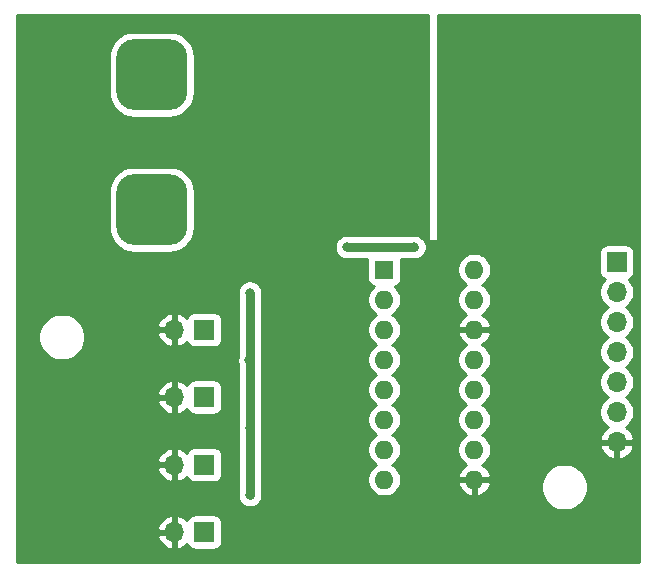
<source format=gbr>
%TF.GenerationSoftware,KiCad,Pcbnew,(5.1.10)-1*%
%TF.CreationDate,2021-11-15T08:23:04-05:00*%
%TF.ProjectId,Telem Board,54656c65-6d20-4426-9f61-72642e6b6963,rev?*%
%TF.SameCoordinates,Original*%
%TF.FileFunction,Copper,L2,Bot*%
%TF.FilePolarity,Positive*%
%FSLAX46Y46*%
G04 Gerber Fmt 4.6, Leading zero omitted, Abs format (unit mm)*
G04 Created by KiCad (PCBNEW (5.1.10)-1) date 2021-11-15 08:23:04*
%MOMM*%
%LPD*%
G01*
G04 APERTURE LIST*
%TA.AperFunction,ComponentPad*%
%ADD10C,6.000000*%
%TD*%
%TA.AperFunction,ComponentPad*%
%ADD11O,1.600000X1.600000*%
%TD*%
%TA.AperFunction,ComponentPad*%
%ADD12R,1.600000X1.600000*%
%TD*%
%TA.AperFunction,ComponentPad*%
%ADD13O,1.700000X1.700000*%
%TD*%
%TA.AperFunction,ComponentPad*%
%ADD14R,1.700000X1.700000*%
%TD*%
%TA.AperFunction,ViaPad*%
%ADD15C,0.800000*%
%TD*%
%TA.AperFunction,Conductor*%
%ADD16C,0.762000*%
%TD*%
%TA.AperFunction,Conductor*%
%ADD17C,0.254000*%
%TD*%
%TA.AperFunction,Conductor*%
%ADD18C,0.100000*%
%TD*%
G04 APERTURE END LIST*
%TO.P,J7,1*%
%TO.N,Net-(F2-Pad2)*%
%TA.AperFunction,ComponentPad*%
G36*
G01*
X142700000Y-79780000D02*
X142700000Y-82780000D01*
G75*
G02*
X141200000Y-84280000I-1500000J0D01*
G01*
X138200000Y-84280000D01*
G75*
G02*
X136700000Y-82780000I0J1500000D01*
G01*
X136700000Y-79780000D01*
G75*
G02*
X138200000Y-78280000I1500000J0D01*
G01*
X141200000Y-78280000D01*
G75*
G02*
X142700000Y-79780000I0J-1500000D01*
G01*
G37*
%TD.AperFunction*%
D10*
%TO.P,J7,2*%
%TO.N,GNDA*%
X132500000Y-81280000D03*
%TD*%
D11*
%TO.P,U2,16*%
%TO.N,+3V3*%
X167005000Y-86360000D03*
%TO.P,U2,8*%
%TO.N,N/C*%
X159385000Y-104140000D03*
%TO.P,U2,15*%
%TO.N,+3V3*%
X167005000Y-88900000D03*
%TO.P,U2,7*%
%TO.N,N/C*%
X159385000Y-101600000D03*
%TO.P,U2,14*%
%TO.N,GNDA*%
X167005000Y-91440000D03*
%TO.P,U2,6*%
%TO.N,/CH5*%
X159385000Y-99060000D03*
%TO.P,U2,13*%
%TO.N,/SPI_SCK*%
X167005000Y-93980000D03*
%TO.P,U2,5*%
%TO.N,/CH4*%
X159385000Y-96520000D03*
%TO.P,U2,12*%
%TO.N,/SPI_MISO*%
X167005000Y-96520000D03*
%TO.P,U2,4*%
%TO.N,/CH3*%
X159385000Y-93980000D03*
%TO.P,U2,11*%
%TO.N,/SPI_MOSI*%
X167005000Y-99060000D03*
%TO.P,U2,3*%
%TO.N,/CH2*%
X159385000Y-91440000D03*
%TO.P,U2,10*%
%TO.N,/ADC_CS*%
X167005000Y-101600000D03*
%TO.P,U2,2*%
%TO.N,/CH1*%
X159385000Y-88900000D03*
%TO.P,U2,9*%
%TO.N,GNDA*%
X167005000Y-104140000D03*
D12*
%TO.P,U2,1*%
%TO.N,/CH0*%
X159385000Y-86360000D03*
%TD*%
%TO.P,J6,1*%
%TO.N,Net-(F1-Pad2)*%
%TA.AperFunction,ComponentPad*%
G36*
G01*
X142700000Y-68350000D02*
X142700000Y-71350000D01*
G75*
G02*
X141200000Y-72850000I-1500000J0D01*
G01*
X138200000Y-72850000D01*
G75*
G02*
X136700000Y-71350000I0J1500000D01*
G01*
X136700000Y-68350000D01*
G75*
G02*
X138200000Y-66850000I1500000J0D01*
G01*
X141200000Y-66850000D01*
G75*
G02*
X142700000Y-68350000I0J-1500000D01*
G01*
G37*
%TD.AperFunction*%
D10*
%TO.P,J6,2*%
%TO.N,GNDA*%
X132500000Y-69850000D03*
%TD*%
D13*
%TO.P,J5,2*%
%TO.N,GNDA*%
X141605000Y-108585000D03*
D14*
%TO.P,J5,1*%
%TO.N,/CH5*%
X144145000Y-108585000D03*
%TD*%
D13*
%TO.P,J4,2*%
%TO.N,GNDA*%
X141605000Y-102870000D03*
D14*
%TO.P,J4,1*%
%TO.N,/CH4*%
X144145000Y-102870000D03*
%TD*%
D13*
%TO.P,J3,2*%
%TO.N,GNDA*%
X141605000Y-97155000D03*
D14*
%TO.P,J3,1*%
%TO.N,/CH3*%
X144145000Y-97155000D03*
%TD*%
D13*
%TO.P,J2,2*%
%TO.N,GNDA*%
X141605000Y-91440000D03*
D14*
%TO.P,J2,1*%
%TO.N,/CH2*%
X144145000Y-91440000D03*
%TD*%
D13*
%TO.P,J1,7*%
%TO.N,GNDA*%
X179070000Y-100965000D03*
%TO.P,J1,6*%
%TO.N,N/C*%
X179070000Y-98425000D03*
%TO.P,J1,5*%
%TO.N,/ADC_CS*%
X179070000Y-95885000D03*
%TO.P,J1,4*%
%TO.N,/SPI_MOSI*%
X179070000Y-93345000D03*
%TO.P,J1,3*%
%TO.N,/SPI_MISO*%
X179070000Y-90805000D03*
%TO.P,J1,2*%
%TO.N,/SPI_SCK*%
X179070000Y-88265000D03*
D14*
%TO.P,J1,1*%
%TO.N,+5V*%
X179070000Y-85725000D03*
%TD*%
D15*
%TO.N,GNDA*%
X151765000Y-89535000D03*
X151765000Y-95250000D03*
X151765000Y-100965000D03*
X151765000Y-106680000D03*
%TO.N,+3V3*%
X148005000Y-88315000D03*
X147955000Y-94030000D03*
X148005000Y-99745000D03*
X148005000Y-105460000D03*
X156210000Y-84455000D03*
X161925000Y-84455000D03*
%TD*%
D16*
%TO.N,+3V3*%
X148005000Y-105460000D02*
X148005000Y-88315000D01*
X156210000Y-84455000D02*
X161925000Y-84455000D01*
%TD*%
D17*
%TO.N,GNDA*%
X180950001Y-104742572D02*
X180950000Y-104742582D01*
X180950001Y-111100000D01*
X162687000Y-111100000D01*
X162687000Y-104489039D01*
X165613096Y-104489039D01*
X165653754Y-104623087D01*
X165773963Y-104877420D01*
X165941481Y-105103414D01*
X166149869Y-105292385D01*
X166391119Y-105437070D01*
X166655960Y-105531909D01*
X166878000Y-105410624D01*
X166878000Y-104267000D01*
X167132000Y-104267000D01*
X167132000Y-105410624D01*
X167354040Y-105531909D01*
X167618881Y-105437070D01*
X167860131Y-105292385D01*
X168068519Y-105103414D01*
X168236037Y-104877420D01*
X168356246Y-104623087D01*
X168369467Y-104579495D01*
X172640000Y-104579495D01*
X172640000Y-104970505D01*
X172716282Y-105354003D01*
X172865915Y-105715250D01*
X173083149Y-106040364D01*
X173359636Y-106316851D01*
X173684750Y-106534085D01*
X174045997Y-106683718D01*
X174429495Y-106760000D01*
X174820505Y-106760000D01*
X175204003Y-106683718D01*
X175565250Y-106534085D01*
X175890364Y-106316851D01*
X176166851Y-106040364D01*
X176384085Y-105715250D01*
X176533718Y-105354003D01*
X176610000Y-104970505D01*
X176610000Y-104579495D01*
X176533718Y-104195997D01*
X176384085Y-103834750D01*
X176166851Y-103509636D01*
X175890364Y-103233149D01*
X175565250Y-103015915D01*
X175204003Y-102866282D01*
X174820505Y-102790000D01*
X174429495Y-102790000D01*
X174045997Y-102866282D01*
X173684750Y-103015915D01*
X173359636Y-103233149D01*
X173083149Y-103509636D01*
X172865915Y-103834750D01*
X172716282Y-104195997D01*
X172640000Y-104579495D01*
X168369467Y-104579495D01*
X168396904Y-104489039D01*
X168274915Y-104267000D01*
X167132000Y-104267000D01*
X166878000Y-104267000D01*
X165735085Y-104267000D01*
X165613096Y-104489039D01*
X162687000Y-104489039D01*
X162687000Y-93838665D01*
X165570000Y-93838665D01*
X165570000Y-94121335D01*
X165625147Y-94398574D01*
X165733320Y-94659727D01*
X165890363Y-94894759D01*
X166090241Y-95094637D01*
X166322759Y-95250000D01*
X166090241Y-95405363D01*
X165890363Y-95605241D01*
X165733320Y-95840273D01*
X165625147Y-96101426D01*
X165570000Y-96378665D01*
X165570000Y-96661335D01*
X165625147Y-96938574D01*
X165733320Y-97199727D01*
X165890363Y-97434759D01*
X166090241Y-97634637D01*
X166322759Y-97790000D01*
X166090241Y-97945363D01*
X165890363Y-98145241D01*
X165733320Y-98380273D01*
X165625147Y-98641426D01*
X165570000Y-98918665D01*
X165570000Y-99201335D01*
X165625147Y-99478574D01*
X165733320Y-99739727D01*
X165890363Y-99974759D01*
X166090241Y-100174637D01*
X166322759Y-100330000D01*
X166090241Y-100485363D01*
X165890363Y-100685241D01*
X165733320Y-100920273D01*
X165625147Y-101181426D01*
X165570000Y-101458665D01*
X165570000Y-101741335D01*
X165625147Y-102018574D01*
X165733320Y-102279727D01*
X165890363Y-102514759D01*
X166090241Y-102714637D01*
X166325273Y-102871680D01*
X166335865Y-102876067D01*
X166149869Y-102987615D01*
X165941481Y-103176586D01*
X165773963Y-103402580D01*
X165653754Y-103656913D01*
X165613096Y-103790961D01*
X165735085Y-104013000D01*
X166878000Y-104013000D01*
X166878000Y-103993000D01*
X167132000Y-103993000D01*
X167132000Y-104013000D01*
X168274915Y-104013000D01*
X168396904Y-103790961D01*
X168356246Y-103656913D01*
X168236037Y-103402580D01*
X168068519Y-103176586D01*
X167860131Y-102987615D01*
X167674135Y-102876067D01*
X167684727Y-102871680D01*
X167919759Y-102714637D01*
X168119637Y-102514759D01*
X168276680Y-102279727D01*
X168384853Y-102018574D01*
X168440000Y-101741335D01*
X168440000Y-101458665D01*
X168412794Y-101321890D01*
X177628524Y-101321890D01*
X177673175Y-101469099D01*
X177798359Y-101731920D01*
X177972412Y-101965269D01*
X178188645Y-102160178D01*
X178438748Y-102309157D01*
X178713109Y-102406481D01*
X178943000Y-102285814D01*
X178943000Y-101092000D01*
X179197000Y-101092000D01*
X179197000Y-102285814D01*
X179426891Y-102406481D01*
X179701252Y-102309157D01*
X179951355Y-102160178D01*
X180167588Y-101965269D01*
X180341641Y-101731920D01*
X180466825Y-101469099D01*
X180511476Y-101321890D01*
X180390155Y-101092000D01*
X179197000Y-101092000D01*
X178943000Y-101092000D01*
X177749845Y-101092000D01*
X177628524Y-101321890D01*
X168412794Y-101321890D01*
X168384853Y-101181426D01*
X168276680Y-100920273D01*
X168119637Y-100685241D01*
X167919759Y-100485363D01*
X167687241Y-100330000D01*
X167919759Y-100174637D01*
X168119637Y-99974759D01*
X168276680Y-99739727D01*
X168384853Y-99478574D01*
X168440000Y-99201335D01*
X168440000Y-98918665D01*
X168384853Y-98641426D01*
X168276680Y-98380273D01*
X168119637Y-98145241D01*
X167919759Y-97945363D01*
X167687241Y-97790000D01*
X167919759Y-97634637D01*
X168119637Y-97434759D01*
X168276680Y-97199727D01*
X168384853Y-96938574D01*
X168440000Y-96661335D01*
X168440000Y-96378665D01*
X168384853Y-96101426D01*
X168276680Y-95840273D01*
X168119637Y-95605241D01*
X167919759Y-95405363D01*
X167687241Y-95250000D01*
X167919759Y-95094637D01*
X168119637Y-94894759D01*
X168276680Y-94659727D01*
X168384853Y-94398574D01*
X168440000Y-94121335D01*
X168440000Y-93838665D01*
X168384853Y-93561426D01*
X168276680Y-93300273D01*
X168119637Y-93065241D01*
X167919759Y-92865363D01*
X167684727Y-92708320D01*
X167674135Y-92703933D01*
X167860131Y-92592385D01*
X168068519Y-92403414D01*
X168236037Y-92177420D01*
X168356246Y-91923087D01*
X168396904Y-91789039D01*
X168274915Y-91567000D01*
X167132000Y-91567000D01*
X167132000Y-91587000D01*
X166878000Y-91587000D01*
X166878000Y-91567000D01*
X165735085Y-91567000D01*
X165613096Y-91789039D01*
X165653754Y-91923087D01*
X165773963Y-92177420D01*
X165941481Y-92403414D01*
X166149869Y-92592385D01*
X166335865Y-92703933D01*
X166325273Y-92708320D01*
X166090241Y-92865363D01*
X165890363Y-93065241D01*
X165733320Y-93300273D01*
X165625147Y-93561426D01*
X165570000Y-93838665D01*
X162687000Y-93838665D01*
X162687000Y-86218665D01*
X165570000Y-86218665D01*
X165570000Y-86501335D01*
X165625147Y-86778574D01*
X165733320Y-87039727D01*
X165890363Y-87274759D01*
X166090241Y-87474637D01*
X166322759Y-87630000D01*
X166090241Y-87785363D01*
X165890363Y-87985241D01*
X165733320Y-88220273D01*
X165625147Y-88481426D01*
X165570000Y-88758665D01*
X165570000Y-89041335D01*
X165625147Y-89318574D01*
X165733320Y-89579727D01*
X165890363Y-89814759D01*
X166090241Y-90014637D01*
X166325273Y-90171680D01*
X166335865Y-90176067D01*
X166149869Y-90287615D01*
X165941481Y-90476586D01*
X165773963Y-90702580D01*
X165653754Y-90956913D01*
X165613096Y-91090961D01*
X165735085Y-91313000D01*
X166878000Y-91313000D01*
X166878000Y-91293000D01*
X167132000Y-91293000D01*
X167132000Y-91313000D01*
X168274915Y-91313000D01*
X168396904Y-91090961D01*
X168356246Y-90956913D01*
X168236037Y-90702580D01*
X168068519Y-90476586D01*
X167860131Y-90287615D01*
X167674135Y-90176067D01*
X167684727Y-90171680D01*
X167919759Y-90014637D01*
X168119637Y-89814759D01*
X168276680Y-89579727D01*
X168384853Y-89318574D01*
X168440000Y-89041335D01*
X168440000Y-88758665D01*
X168384853Y-88481426D01*
X168276680Y-88220273D01*
X168119637Y-87985241D01*
X167919759Y-87785363D01*
X167687241Y-87630000D01*
X167919759Y-87474637D01*
X168119637Y-87274759D01*
X168276680Y-87039727D01*
X168384853Y-86778574D01*
X168440000Y-86501335D01*
X168440000Y-86218665D01*
X168384853Y-85941426D01*
X168276680Y-85680273D01*
X168119637Y-85445241D01*
X167919759Y-85245363D01*
X167684727Y-85088320D01*
X167423574Y-84980147D01*
X167146335Y-84925000D01*
X166863665Y-84925000D01*
X166586426Y-84980147D01*
X166325273Y-85088320D01*
X166090241Y-85245363D01*
X165890363Y-85445241D01*
X165733320Y-85680273D01*
X165625147Y-85941426D01*
X165570000Y-86218665D01*
X162687000Y-86218665D01*
X162687000Y-85156711D01*
X162728937Y-85114774D01*
X162842205Y-84945256D01*
X162871306Y-84875000D01*
X177581928Y-84875000D01*
X177581928Y-86575000D01*
X177594188Y-86699482D01*
X177630498Y-86819180D01*
X177689463Y-86929494D01*
X177768815Y-87026185D01*
X177865506Y-87105537D01*
X177975820Y-87164502D01*
X178048380Y-87186513D01*
X177916525Y-87318368D01*
X177754010Y-87561589D01*
X177642068Y-87831842D01*
X177585000Y-88118740D01*
X177585000Y-88411260D01*
X177642068Y-88698158D01*
X177754010Y-88968411D01*
X177916525Y-89211632D01*
X178123368Y-89418475D01*
X178297760Y-89535000D01*
X178123368Y-89651525D01*
X177916525Y-89858368D01*
X177754010Y-90101589D01*
X177642068Y-90371842D01*
X177585000Y-90658740D01*
X177585000Y-90951260D01*
X177642068Y-91238158D01*
X177754010Y-91508411D01*
X177916525Y-91751632D01*
X178123368Y-91958475D01*
X178297760Y-92075000D01*
X178123368Y-92191525D01*
X177916525Y-92398368D01*
X177754010Y-92641589D01*
X177642068Y-92911842D01*
X177585000Y-93198740D01*
X177585000Y-93491260D01*
X177642068Y-93778158D01*
X177754010Y-94048411D01*
X177916525Y-94291632D01*
X178123368Y-94498475D01*
X178297760Y-94615000D01*
X178123368Y-94731525D01*
X177916525Y-94938368D01*
X177754010Y-95181589D01*
X177642068Y-95451842D01*
X177585000Y-95738740D01*
X177585000Y-96031260D01*
X177642068Y-96318158D01*
X177754010Y-96588411D01*
X177916525Y-96831632D01*
X178123368Y-97038475D01*
X178297760Y-97155000D01*
X178123368Y-97271525D01*
X177916525Y-97478368D01*
X177754010Y-97721589D01*
X177642068Y-97991842D01*
X177585000Y-98278740D01*
X177585000Y-98571260D01*
X177642068Y-98858158D01*
X177754010Y-99128411D01*
X177916525Y-99371632D01*
X178123368Y-99578475D01*
X178305534Y-99700195D01*
X178188645Y-99769822D01*
X177972412Y-99964731D01*
X177798359Y-100198080D01*
X177673175Y-100460901D01*
X177628524Y-100608110D01*
X177749845Y-100838000D01*
X178943000Y-100838000D01*
X178943000Y-100818000D01*
X179197000Y-100818000D01*
X179197000Y-100838000D01*
X180390155Y-100838000D01*
X180511476Y-100608110D01*
X180466825Y-100460901D01*
X180341641Y-100198080D01*
X180167588Y-99964731D01*
X179951355Y-99769822D01*
X179834466Y-99700195D01*
X180016632Y-99578475D01*
X180223475Y-99371632D01*
X180385990Y-99128411D01*
X180497932Y-98858158D01*
X180555000Y-98571260D01*
X180555000Y-98278740D01*
X180497932Y-97991842D01*
X180385990Y-97721589D01*
X180223475Y-97478368D01*
X180016632Y-97271525D01*
X179842240Y-97155000D01*
X180016632Y-97038475D01*
X180223475Y-96831632D01*
X180385990Y-96588411D01*
X180497932Y-96318158D01*
X180555000Y-96031260D01*
X180555000Y-95738740D01*
X180497932Y-95451842D01*
X180385990Y-95181589D01*
X180223475Y-94938368D01*
X180016632Y-94731525D01*
X179842240Y-94615000D01*
X180016632Y-94498475D01*
X180223475Y-94291632D01*
X180385990Y-94048411D01*
X180497932Y-93778158D01*
X180555000Y-93491260D01*
X180555000Y-93198740D01*
X180497932Y-92911842D01*
X180385990Y-92641589D01*
X180223475Y-92398368D01*
X180016632Y-92191525D01*
X179842240Y-92075000D01*
X180016632Y-91958475D01*
X180223475Y-91751632D01*
X180385990Y-91508411D01*
X180497932Y-91238158D01*
X180555000Y-90951260D01*
X180555000Y-90658740D01*
X180497932Y-90371842D01*
X180385990Y-90101589D01*
X180223475Y-89858368D01*
X180016632Y-89651525D01*
X179842240Y-89535000D01*
X180016632Y-89418475D01*
X180223475Y-89211632D01*
X180385990Y-88968411D01*
X180497932Y-88698158D01*
X180555000Y-88411260D01*
X180555000Y-88118740D01*
X180497932Y-87831842D01*
X180385990Y-87561589D01*
X180223475Y-87318368D01*
X180091620Y-87186513D01*
X180164180Y-87164502D01*
X180274494Y-87105537D01*
X180371185Y-87026185D01*
X180450537Y-86929494D01*
X180509502Y-86819180D01*
X180545812Y-86699482D01*
X180558072Y-86575000D01*
X180558072Y-84875000D01*
X180545812Y-84750518D01*
X180509502Y-84630820D01*
X180450537Y-84520506D01*
X180371185Y-84423815D01*
X180274494Y-84344463D01*
X180164180Y-84285498D01*
X180044482Y-84249188D01*
X179920000Y-84236928D01*
X178220000Y-84236928D01*
X178095518Y-84249188D01*
X177975820Y-84285498D01*
X177865506Y-84344463D01*
X177768815Y-84423815D01*
X177689463Y-84520506D01*
X177630498Y-84630820D01*
X177594188Y-84750518D01*
X177581928Y-84875000D01*
X162871306Y-84875000D01*
X162920226Y-84756898D01*
X162960000Y-84556939D01*
X162960000Y-84353061D01*
X162920226Y-84153102D01*
X162842205Y-83964744D01*
X162830349Y-83947000D01*
X163830000Y-83947000D01*
X163854776Y-83944560D01*
X163878601Y-83937333D01*
X163900557Y-83925597D01*
X163919803Y-83909803D01*
X163935597Y-83890557D01*
X163947333Y-83868601D01*
X163954560Y-83844776D01*
X163957000Y-83820000D01*
X163957000Y-64795000D01*
X180950000Y-64795000D01*
X180950001Y-104742572D01*
%TA.AperFunction,Conductor*%
D18*
G36*
X180950001Y-104742572D02*
G01*
X180950000Y-104742582D01*
X180950001Y-111100000D01*
X162687000Y-111100000D01*
X162687000Y-104489039D01*
X165613096Y-104489039D01*
X165653754Y-104623087D01*
X165773963Y-104877420D01*
X165941481Y-105103414D01*
X166149869Y-105292385D01*
X166391119Y-105437070D01*
X166655960Y-105531909D01*
X166878000Y-105410624D01*
X166878000Y-104267000D01*
X167132000Y-104267000D01*
X167132000Y-105410624D01*
X167354040Y-105531909D01*
X167618881Y-105437070D01*
X167860131Y-105292385D01*
X168068519Y-105103414D01*
X168236037Y-104877420D01*
X168356246Y-104623087D01*
X168369467Y-104579495D01*
X172640000Y-104579495D01*
X172640000Y-104970505D01*
X172716282Y-105354003D01*
X172865915Y-105715250D01*
X173083149Y-106040364D01*
X173359636Y-106316851D01*
X173684750Y-106534085D01*
X174045997Y-106683718D01*
X174429495Y-106760000D01*
X174820505Y-106760000D01*
X175204003Y-106683718D01*
X175565250Y-106534085D01*
X175890364Y-106316851D01*
X176166851Y-106040364D01*
X176384085Y-105715250D01*
X176533718Y-105354003D01*
X176610000Y-104970505D01*
X176610000Y-104579495D01*
X176533718Y-104195997D01*
X176384085Y-103834750D01*
X176166851Y-103509636D01*
X175890364Y-103233149D01*
X175565250Y-103015915D01*
X175204003Y-102866282D01*
X174820505Y-102790000D01*
X174429495Y-102790000D01*
X174045997Y-102866282D01*
X173684750Y-103015915D01*
X173359636Y-103233149D01*
X173083149Y-103509636D01*
X172865915Y-103834750D01*
X172716282Y-104195997D01*
X172640000Y-104579495D01*
X168369467Y-104579495D01*
X168396904Y-104489039D01*
X168274915Y-104267000D01*
X167132000Y-104267000D01*
X166878000Y-104267000D01*
X165735085Y-104267000D01*
X165613096Y-104489039D01*
X162687000Y-104489039D01*
X162687000Y-93838665D01*
X165570000Y-93838665D01*
X165570000Y-94121335D01*
X165625147Y-94398574D01*
X165733320Y-94659727D01*
X165890363Y-94894759D01*
X166090241Y-95094637D01*
X166322759Y-95250000D01*
X166090241Y-95405363D01*
X165890363Y-95605241D01*
X165733320Y-95840273D01*
X165625147Y-96101426D01*
X165570000Y-96378665D01*
X165570000Y-96661335D01*
X165625147Y-96938574D01*
X165733320Y-97199727D01*
X165890363Y-97434759D01*
X166090241Y-97634637D01*
X166322759Y-97790000D01*
X166090241Y-97945363D01*
X165890363Y-98145241D01*
X165733320Y-98380273D01*
X165625147Y-98641426D01*
X165570000Y-98918665D01*
X165570000Y-99201335D01*
X165625147Y-99478574D01*
X165733320Y-99739727D01*
X165890363Y-99974759D01*
X166090241Y-100174637D01*
X166322759Y-100330000D01*
X166090241Y-100485363D01*
X165890363Y-100685241D01*
X165733320Y-100920273D01*
X165625147Y-101181426D01*
X165570000Y-101458665D01*
X165570000Y-101741335D01*
X165625147Y-102018574D01*
X165733320Y-102279727D01*
X165890363Y-102514759D01*
X166090241Y-102714637D01*
X166325273Y-102871680D01*
X166335865Y-102876067D01*
X166149869Y-102987615D01*
X165941481Y-103176586D01*
X165773963Y-103402580D01*
X165653754Y-103656913D01*
X165613096Y-103790961D01*
X165735085Y-104013000D01*
X166878000Y-104013000D01*
X166878000Y-103993000D01*
X167132000Y-103993000D01*
X167132000Y-104013000D01*
X168274915Y-104013000D01*
X168396904Y-103790961D01*
X168356246Y-103656913D01*
X168236037Y-103402580D01*
X168068519Y-103176586D01*
X167860131Y-102987615D01*
X167674135Y-102876067D01*
X167684727Y-102871680D01*
X167919759Y-102714637D01*
X168119637Y-102514759D01*
X168276680Y-102279727D01*
X168384853Y-102018574D01*
X168440000Y-101741335D01*
X168440000Y-101458665D01*
X168412794Y-101321890D01*
X177628524Y-101321890D01*
X177673175Y-101469099D01*
X177798359Y-101731920D01*
X177972412Y-101965269D01*
X178188645Y-102160178D01*
X178438748Y-102309157D01*
X178713109Y-102406481D01*
X178943000Y-102285814D01*
X178943000Y-101092000D01*
X179197000Y-101092000D01*
X179197000Y-102285814D01*
X179426891Y-102406481D01*
X179701252Y-102309157D01*
X179951355Y-102160178D01*
X180167588Y-101965269D01*
X180341641Y-101731920D01*
X180466825Y-101469099D01*
X180511476Y-101321890D01*
X180390155Y-101092000D01*
X179197000Y-101092000D01*
X178943000Y-101092000D01*
X177749845Y-101092000D01*
X177628524Y-101321890D01*
X168412794Y-101321890D01*
X168384853Y-101181426D01*
X168276680Y-100920273D01*
X168119637Y-100685241D01*
X167919759Y-100485363D01*
X167687241Y-100330000D01*
X167919759Y-100174637D01*
X168119637Y-99974759D01*
X168276680Y-99739727D01*
X168384853Y-99478574D01*
X168440000Y-99201335D01*
X168440000Y-98918665D01*
X168384853Y-98641426D01*
X168276680Y-98380273D01*
X168119637Y-98145241D01*
X167919759Y-97945363D01*
X167687241Y-97790000D01*
X167919759Y-97634637D01*
X168119637Y-97434759D01*
X168276680Y-97199727D01*
X168384853Y-96938574D01*
X168440000Y-96661335D01*
X168440000Y-96378665D01*
X168384853Y-96101426D01*
X168276680Y-95840273D01*
X168119637Y-95605241D01*
X167919759Y-95405363D01*
X167687241Y-95250000D01*
X167919759Y-95094637D01*
X168119637Y-94894759D01*
X168276680Y-94659727D01*
X168384853Y-94398574D01*
X168440000Y-94121335D01*
X168440000Y-93838665D01*
X168384853Y-93561426D01*
X168276680Y-93300273D01*
X168119637Y-93065241D01*
X167919759Y-92865363D01*
X167684727Y-92708320D01*
X167674135Y-92703933D01*
X167860131Y-92592385D01*
X168068519Y-92403414D01*
X168236037Y-92177420D01*
X168356246Y-91923087D01*
X168396904Y-91789039D01*
X168274915Y-91567000D01*
X167132000Y-91567000D01*
X167132000Y-91587000D01*
X166878000Y-91587000D01*
X166878000Y-91567000D01*
X165735085Y-91567000D01*
X165613096Y-91789039D01*
X165653754Y-91923087D01*
X165773963Y-92177420D01*
X165941481Y-92403414D01*
X166149869Y-92592385D01*
X166335865Y-92703933D01*
X166325273Y-92708320D01*
X166090241Y-92865363D01*
X165890363Y-93065241D01*
X165733320Y-93300273D01*
X165625147Y-93561426D01*
X165570000Y-93838665D01*
X162687000Y-93838665D01*
X162687000Y-86218665D01*
X165570000Y-86218665D01*
X165570000Y-86501335D01*
X165625147Y-86778574D01*
X165733320Y-87039727D01*
X165890363Y-87274759D01*
X166090241Y-87474637D01*
X166322759Y-87630000D01*
X166090241Y-87785363D01*
X165890363Y-87985241D01*
X165733320Y-88220273D01*
X165625147Y-88481426D01*
X165570000Y-88758665D01*
X165570000Y-89041335D01*
X165625147Y-89318574D01*
X165733320Y-89579727D01*
X165890363Y-89814759D01*
X166090241Y-90014637D01*
X166325273Y-90171680D01*
X166335865Y-90176067D01*
X166149869Y-90287615D01*
X165941481Y-90476586D01*
X165773963Y-90702580D01*
X165653754Y-90956913D01*
X165613096Y-91090961D01*
X165735085Y-91313000D01*
X166878000Y-91313000D01*
X166878000Y-91293000D01*
X167132000Y-91293000D01*
X167132000Y-91313000D01*
X168274915Y-91313000D01*
X168396904Y-91090961D01*
X168356246Y-90956913D01*
X168236037Y-90702580D01*
X168068519Y-90476586D01*
X167860131Y-90287615D01*
X167674135Y-90176067D01*
X167684727Y-90171680D01*
X167919759Y-90014637D01*
X168119637Y-89814759D01*
X168276680Y-89579727D01*
X168384853Y-89318574D01*
X168440000Y-89041335D01*
X168440000Y-88758665D01*
X168384853Y-88481426D01*
X168276680Y-88220273D01*
X168119637Y-87985241D01*
X167919759Y-87785363D01*
X167687241Y-87630000D01*
X167919759Y-87474637D01*
X168119637Y-87274759D01*
X168276680Y-87039727D01*
X168384853Y-86778574D01*
X168440000Y-86501335D01*
X168440000Y-86218665D01*
X168384853Y-85941426D01*
X168276680Y-85680273D01*
X168119637Y-85445241D01*
X167919759Y-85245363D01*
X167684727Y-85088320D01*
X167423574Y-84980147D01*
X167146335Y-84925000D01*
X166863665Y-84925000D01*
X166586426Y-84980147D01*
X166325273Y-85088320D01*
X166090241Y-85245363D01*
X165890363Y-85445241D01*
X165733320Y-85680273D01*
X165625147Y-85941426D01*
X165570000Y-86218665D01*
X162687000Y-86218665D01*
X162687000Y-85156711D01*
X162728937Y-85114774D01*
X162842205Y-84945256D01*
X162871306Y-84875000D01*
X177581928Y-84875000D01*
X177581928Y-86575000D01*
X177594188Y-86699482D01*
X177630498Y-86819180D01*
X177689463Y-86929494D01*
X177768815Y-87026185D01*
X177865506Y-87105537D01*
X177975820Y-87164502D01*
X178048380Y-87186513D01*
X177916525Y-87318368D01*
X177754010Y-87561589D01*
X177642068Y-87831842D01*
X177585000Y-88118740D01*
X177585000Y-88411260D01*
X177642068Y-88698158D01*
X177754010Y-88968411D01*
X177916525Y-89211632D01*
X178123368Y-89418475D01*
X178297760Y-89535000D01*
X178123368Y-89651525D01*
X177916525Y-89858368D01*
X177754010Y-90101589D01*
X177642068Y-90371842D01*
X177585000Y-90658740D01*
X177585000Y-90951260D01*
X177642068Y-91238158D01*
X177754010Y-91508411D01*
X177916525Y-91751632D01*
X178123368Y-91958475D01*
X178297760Y-92075000D01*
X178123368Y-92191525D01*
X177916525Y-92398368D01*
X177754010Y-92641589D01*
X177642068Y-92911842D01*
X177585000Y-93198740D01*
X177585000Y-93491260D01*
X177642068Y-93778158D01*
X177754010Y-94048411D01*
X177916525Y-94291632D01*
X178123368Y-94498475D01*
X178297760Y-94615000D01*
X178123368Y-94731525D01*
X177916525Y-94938368D01*
X177754010Y-95181589D01*
X177642068Y-95451842D01*
X177585000Y-95738740D01*
X177585000Y-96031260D01*
X177642068Y-96318158D01*
X177754010Y-96588411D01*
X177916525Y-96831632D01*
X178123368Y-97038475D01*
X178297760Y-97155000D01*
X178123368Y-97271525D01*
X177916525Y-97478368D01*
X177754010Y-97721589D01*
X177642068Y-97991842D01*
X177585000Y-98278740D01*
X177585000Y-98571260D01*
X177642068Y-98858158D01*
X177754010Y-99128411D01*
X177916525Y-99371632D01*
X178123368Y-99578475D01*
X178305534Y-99700195D01*
X178188645Y-99769822D01*
X177972412Y-99964731D01*
X177798359Y-100198080D01*
X177673175Y-100460901D01*
X177628524Y-100608110D01*
X177749845Y-100838000D01*
X178943000Y-100838000D01*
X178943000Y-100818000D01*
X179197000Y-100818000D01*
X179197000Y-100838000D01*
X180390155Y-100838000D01*
X180511476Y-100608110D01*
X180466825Y-100460901D01*
X180341641Y-100198080D01*
X180167588Y-99964731D01*
X179951355Y-99769822D01*
X179834466Y-99700195D01*
X180016632Y-99578475D01*
X180223475Y-99371632D01*
X180385990Y-99128411D01*
X180497932Y-98858158D01*
X180555000Y-98571260D01*
X180555000Y-98278740D01*
X180497932Y-97991842D01*
X180385990Y-97721589D01*
X180223475Y-97478368D01*
X180016632Y-97271525D01*
X179842240Y-97155000D01*
X180016632Y-97038475D01*
X180223475Y-96831632D01*
X180385990Y-96588411D01*
X180497932Y-96318158D01*
X180555000Y-96031260D01*
X180555000Y-95738740D01*
X180497932Y-95451842D01*
X180385990Y-95181589D01*
X180223475Y-94938368D01*
X180016632Y-94731525D01*
X179842240Y-94615000D01*
X180016632Y-94498475D01*
X180223475Y-94291632D01*
X180385990Y-94048411D01*
X180497932Y-93778158D01*
X180555000Y-93491260D01*
X180555000Y-93198740D01*
X180497932Y-92911842D01*
X180385990Y-92641589D01*
X180223475Y-92398368D01*
X180016632Y-92191525D01*
X179842240Y-92075000D01*
X180016632Y-91958475D01*
X180223475Y-91751632D01*
X180385990Y-91508411D01*
X180497932Y-91238158D01*
X180555000Y-90951260D01*
X180555000Y-90658740D01*
X180497932Y-90371842D01*
X180385990Y-90101589D01*
X180223475Y-89858368D01*
X180016632Y-89651525D01*
X179842240Y-89535000D01*
X180016632Y-89418475D01*
X180223475Y-89211632D01*
X180385990Y-88968411D01*
X180497932Y-88698158D01*
X180555000Y-88411260D01*
X180555000Y-88118740D01*
X180497932Y-87831842D01*
X180385990Y-87561589D01*
X180223475Y-87318368D01*
X180091620Y-87186513D01*
X180164180Y-87164502D01*
X180274494Y-87105537D01*
X180371185Y-87026185D01*
X180450537Y-86929494D01*
X180509502Y-86819180D01*
X180545812Y-86699482D01*
X180558072Y-86575000D01*
X180558072Y-84875000D01*
X180545812Y-84750518D01*
X180509502Y-84630820D01*
X180450537Y-84520506D01*
X180371185Y-84423815D01*
X180274494Y-84344463D01*
X180164180Y-84285498D01*
X180044482Y-84249188D01*
X179920000Y-84236928D01*
X178220000Y-84236928D01*
X178095518Y-84249188D01*
X177975820Y-84285498D01*
X177865506Y-84344463D01*
X177768815Y-84423815D01*
X177689463Y-84520506D01*
X177630498Y-84630820D01*
X177594188Y-84750518D01*
X177581928Y-84875000D01*
X162871306Y-84875000D01*
X162920226Y-84756898D01*
X162960000Y-84556939D01*
X162960000Y-84353061D01*
X162920226Y-84153102D01*
X162842205Y-83964744D01*
X162830349Y-83947000D01*
X163830000Y-83947000D01*
X163854776Y-83944560D01*
X163878601Y-83937333D01*
X163900557Y-83925597D01*
X163919803Y-83909803D01*
X163935597Y-83890557D01*
X163947333Y-83868601D01*
X163954560Y-83844776D01*
X163957000Y-83820000D01*
X163957000Y-64795000D01*
X180950000Y-64795000D01*
X180950001Y-104742572D01*
G37*
%TD.AperFunction*%
%TD*%
D17*
%TO.N,GNDA*%
X163068000Y-111100000D02*
X128295000Y-111100000D01*
X128295000Y-108941891D01*
X140163519Y-108941891D01*
X140260843Y-109216252D01*
X140409822Y-109466355D01*
X140604731Y-109682588D01*
X140838080Y-109856641D01*
X141100901Y-109981825D01*
X141248110Y-110026476D01*
X141478000Y-109905155D01*
X141478000Y-108712000D01*
X140284186Y-108712000D01*
X140163519Y-108941891D01*
X128295000Y-108941891D01*
X128295000Y-108228109D01*
X140163519Y-108228109D01*
X140284186Y-108458000D01*
X141478000Y-108458000D01*
X141478000Y-107264845D01*
X141732000Y-107264845D01*
X141732000Y-108458000D01*
X141752000Y-108458000D01*
X141752000Y-108712000D01*
X141732000Y-108712000D01*
X141732000Y-109905155D01*
X141961890Y-110026476D01*
X142109099Y-109981825D01*
X142371920Y-109856641D01*
X142605269Y-109682588D01*
X142681034Y-109598534D01*
X142705498Y-109679180D01*
X142764463Y-109789494D01*
X142843815Y-109886185D01*
X142940506Y-109965537D01*
X143050820Y-110024502D01*
X143170518Y-110060812D01*
X143295000Y-110073072D01*
X144995000Y-110073072D01*
X145119482Y-110060812D01*
X145239180Y-110024502D01*
X145349494Y-109965537D01*
X145446185Y-109886185D01*
X145525537Y-109789494D01*
X145584502Y-109679180D01*
X145620812Y-109559482D01*
X145633072Y-109435000D01*
X145633072Y-107735000D01*
X145620812Y-107610518D01*
X145584502Y-107490820D01*
X145525537Y-107380506D01*
X145446185Y-107283815D01*
X145349494Y-107204463D01*
X145239180Y-107145498D01*
X145119482Y-107109188D01*
X144995000Y-107096928D01*
X143295000Y-107096928D01*
X143170518Y-107109188D01*
X143050820Y-107145498D01*
X142940506Y-107204463D01*
X142843815Y-107283815D01*
X142764463Y-107380506D01*
X142705498Y-107490820D01*
X142681034Y-107571466D01*
X142605269Y-107487412D01*
X142371920Y-107313359D01*
X142109099Y-107188175D01*
X141961890Y-107143524D01*
X141732000Y-107264845D01*
X141478000Y-107264845D01*
X141248110Y-107143524D01*
X141100901Y-107188175D01*
X140838080Y-107313359D01*
X140604731Y-107487412D01*
X140409822Y-107703645D01*
X140260843Y-107953748D01*
X140163519Y-108228109D01*
X128295000Y-108228109D01*
X128295000Y-103226891D01*
X140163519Y-103226891D01*
X140260843Y-103501252D01*
X140409822Y-103751355D01*
X140604731Y-103967588D01*
X140838080Y-104141641D01*
X141100901Y-104266825D01*
X141248110Y-104311476D01*
X141478000Y-104190155D01*
X141478000Y-102997000D01*
X140284186Y-102997000D01*
X140163519Y-103226891D01*
X128295000Y-103226891D01*
X128295000Y-102513109D01*
X140163519Y-102513109D01*
X140284186Y-102743000D01*
X141478000Y-102743000D01*
X141478000Y-101549845D01*
X141732000Y-101549845D01*
X141732000Y-102743000D01*
X141752000Y-102743000D01*
X141752000Y-102997000D01*
X141732000Y-102997000D01*
X141732000Y-104190155D01*
X141961890Y-104311476D01*
X142109099Y-104266825D01*
X142371920Y-104141641D01*
X142605269Y-103967588D01*
X142681034Y-103883534D01*
X142705498Y-103964180D01*
X142764463Y-104074494D01*
X142843815Y-104171185D01*
X142940506Y-104250537D01*
X143050820Y-104309502D01*
X143170518Y-104345812D01*
X143295000Y-104358072D01*
X144995000Y-104358072D01*
X145119482Y-104345812D01*
X145239180Y-104309502D01*
X145349494Y-104250537D01*
X145446185Y-104171185D01*
X145525537Y-104074494D01*
X145584502Y-103964180D01*
X145620812Y-103844482D01*
X145633072Y-103720000D01*
X145633072Y-102020000D01*
X145620812Y-101895518D01*
X145584502Y-101775820D01*
X145525537Y-101665506D01*
X145446185Y-101568815D01*
X145349494Y-101489463D01*
X145239180Y-101430498D01*
X145119482Y-101394188D01*
X144995000Y-101381928D01*
X143295000Y-101381928D01*
X143170518Y-101394188D01*
X143050820Y-101430498D01*
X142940506Y-101489463D01*
X142843815Y-101568815D01*
X142764463Y-101665506D01*
X142705498Y-101775820D01*
X142681034Y-101856466D01*
X142605269Y-101772412D01*
X142371920Y-101598359D01*
X142109099Y-101473175D01*
X141961890Y-101428524D01*
X141732000Y-101549845D01*
X141478000Y-101549845D01*
X141248110Y-101428524D01*
X141100901Y-101473175D01*
X140838080Y-101598359D01*
X140604731Y-101772412D01*
X140409822Y-101988645D01*
X140260843Y-102238748D01*
X140163519Y-102513109D01*
X128295000Y-102513109D01*
X128295000Y-97511891D01*
X140163519Y-97511891D01*
X140260843Y-97786252D01*
X140409822Y-98036355D01*
X140604731Y-98252588D01*
X140838080Y-98426641D01*
X141100901Y-98551825D01*
X141248110Y-98596476D01*
X141478000Y-98475155D01*
X141478000Y-97282000D01*
X140284186Y-97282000D01*
X140163519Y-97511891D01*
X128295000Y-97511891D01*
X128295000Y-96798109D01*
X140163519Y-96798109D01*
X140284186Y-97028000D01*
X141478000Y-97028000D01*
X141478000Y-95834845D01*
X141732000Y-95834845D01*
X141732000Y-97028000D01*
X141752000Y-97028000D01*
X141752000Y-97282000D01*
X141732000Y-97282000D01*
X141732000Y-98475155D01*
X141961890Y-98596476D01*
X142109099Y-98551825D01*
X142371920Y-98426641D01*
X142605269Y-98252588D01*
X142681034Y-98168534D01*
X142705498Y-98249180D01*
X142764463Y-98359494D01*
X142843815Y-98456185D01*
X142940506Y-98535537D01*
X143050820Y-98594502D01*
X143170518Y-98630812D01*
X143295000Y-98643072D01*
X144995000Y-98643072D01*
X145119482Y-98630812D01*
X145239180Y-98594502D01*
X145349494Y-98535537D01*
X145446185Y-98456185D01*
X145525537Y-98359494D01*
X145584502Y-98249180D01*
X145620812Y-98129482D01*
X145633072Y-98005000D01*
X145633072Y-96305000D01*
X145620812Y-96180518D01*
X145584502Y-96060820D01*
X145525537Y-95950506D01*
X145446185Y-95853815D01*
X145349494Y-95774463D01*
X145239180Y-95715498D01*
X145119482Y-95679188D01*
X144995000Y-95666928D01*
X143295000Y-95666928D01*
X143170518Y-95679188D01*
X143050820Y-95715498D01*
X142940506Y-95774463D01*
X142843815Y-95853815D01*
X142764463Y-95950506D01*
X142705498Y-96060820D01*
X142681034Y-96141466D01*
X142605269Y-96057412D01*
X142371920Y-95883359D01*
X142109099Y-95758175D01*
X141961890Y-95713524D01*
X141732000Y-95834845D01*
X141478000Y-95834845D01*
X141248110Y-95713524D01*
X141100901Y-95758175D01*
X140838080Y-95883359D01*
X140604731Y-96057412D01*
X140409822Y-96273645D01*
X140260843Y-96523748D01*
X140163519Y-96798109D01*
X128295000Y-96798109D01*
X128295000Y-91879495D01*
X130095000Y-91879495D01*
X130095000Y-92270505D01*
X130171282Y-92654003D01*
X130320915Y-93015250D01*
X130538149Y-93340364D01*
X130814636Y-93616851D01*
X131139750Y-93834085D01*
X131500997Y-93983718D01*
X131884495Y-94060000D01*
X132275505Y-94060000D01*
X132659003Y-93983718D01*
X132793371Y-93928061D01*
X146920000Y-93928061D01*
X146920000Y-94131939D01*
X146959774Y-94331898D01*
X146989001Y-94402457D01*
X146989000Y-99547539D01*
X146970000Y-99643061D01*
X146970000Y-99846939D01*
X146989000Y-99942461D01*
X146989000Y-105262541D01*
X146970000Y-105358061D01*
X146970000Y-105561939D01*
X147009774Y-105761898D01*
X147087795Y-105950256D01*
X147201063Y-106119774D01*
X147345226Y-106263937D01*
X147514744Y-106377205D01*
X147703102Y-106455226D01*
X147903061Y-106495000D01*
X148106939Y-106495000D01*
X148306898Y-106455226D01*
X148495256Y-106377205D01*
X148664774Y-106263937D01*
X148808937Y-106119774D01*
X148922205Y-105950256D01*
X149000226Y-105761898D01*
X149040000Y-105561939D01*
X149040000Y-105358061D01*
X149021000Y-105262541D01*
X149021000Y-99942459D01*
X149040000Y-99846939D01*
X149040000Y-99643061D01*
X149021000Y-99547541D01*
X149021000Y-88512459D01*
X149040000Y-88416939D01*
X149040000Y-88213061D01*
X149000226Y-88013102D01*
X148922205Y-87824744D01*
X148808937Y-87655226D01*
X148664774Y-87511063D01*
X148495256Y-87397795D01*
X148306898Y-87319774D01*
X148106939Y-87280000D01*
X147903061Y-87280000D01*
X147703102Y-87319774D01*
X147514744Y-87397795D01*
X147345226Y-87511063D01*
X147201063Y-87655226D01*
X147087795Y-87824744D01*
X147009774Y-88013102D01*
X146970000Y-88213061D01*
X146970000Y-88416939D01*
X146989001Y-88512464D01*
X146989001Y-93657543D01*
X146959774Y-93728102D01*
X146920000Y-93928061D01*
X132793371Y-93928061D01*
X133020250Y-93834085D01*
X133345364Y-93616851D01*
X133621851Y-93340364D01*
X133839085Y-93015250D01*
X133988718Y-92654003D01*
X134065000Y-92270505D01*
X134065000Y-91879495D01*
X134048570Y-91796891D01*
X140163519Y-91796891D01*
X140260843Y-92071252D01*
X140409822Y-92321355D01*
X140604731Y-92537588D01*
X140838080Y-92711641D01*
X141100901Y-92836825D01*
X141248110Y-92881476D01*
X141478000Y-92760155D01*
X141478000Y-91567000D01*
X140284186Y-91567000D01*
X140163519Y-91796891D01*
X134048570Y-91796891D01*
X133988718Y-91495997D01*
X133839085Y-91134750D01*
X133804580Y-91083109D01*
X140163519Y-91083109D01*
X140284186Y-91313000D01*
X141478000Y-91313000D01*
X141478000Y-90119845D01*
X141732000Y-90119845D01*
X141732000Y-91313000D01*
X141752000Y-91313000D01*
X141752000Y-91567000D01*
X141732000Y-91567000D01*
X141732000Y-92760155D01*
X141961890Y-92881476D01*
X142109099Y-92836825D01*
X142371920Y-92711641D01*
X142605269Y-92537588D01*
X142681034Y-92453534D01*
X142705498Y-92534180D01*
X142764463Y-92644494D01*
X142843815Y-92741185D01*
X142940506Y-92820537D01*
X143050820Y-92879502D01*
X143170518Y-92915812D01*
X143295000Y-92928072D01*
X144995000Y-92928072D01*
X145119482Y-92915812D01*
X145239180Y-92879502D01*
X145349494Y-92820537D01*
X145446185Y-92741185D01*
X145525537Y-92644494D01*
X145584502Y-92534180D01*
X145620812Y-92414482D01*
X145633072Y-92290000D01*
X145633072Y-90590000D01*
X145620812Y-90465518D01*
X145584502Y-90345820D01*
X145525537Y-90235506D01*
X145446185Y-90138815D01*
X145349494Y-90059463D01*
X145239180Y-90000498D01*
X145119482Y-89964188D01*
X144995000Y-89951928D01*
X143295000Y-89951928D01*
X143170518Y-89964188D01*
X143050820Y-90000498D01*
X142940506Y-90059463D01*
X142843815Y-90138815D01*
X142764463Y-90235506D01*
X142705498Y-90345820D01*
X142681034Y-90426466D01*
X142605269Y-90342412D01*
X142371920Y-90168359D01*
X142109099Y-90043175D01*
X141961890Y-89998524D01*
X141732000Y-90119845D01*
X141478000Y-90119845D01*
X141248110Y-89998524D01*
X141100901Y-90043175D01*
X140838080Y-90168359D01*
X140604731Y-90342412D01*
X140409822Y-90558645D01*
X140260843Y-90808748D01*
X140163519Y-91083109D01*
X133804580Y-91083109D01*
X133621851Y-90809636D01*
X133345364Y-90533149D01*
X133020250Y-90315915D01*
X132659003Y-90166282D01*
X132275505Y-90090000D01*
X131884495Y-90090000D01*
X131500997Y-90166282D01*
X131139750Y-90315915D01*
X130814636Y-90533149D01*
X130538149Y-90809636D01*
X130320915Y-91134750D01*
X130171282Y-91495997D01*
X130095000Y-91879495D01*
X128295000Y-91879495D01*
X128295000Y-83838686D01*
X130120919Y-83838686D01*
X130457106Y-84307868D01*
X131087068Y-84648237D01*
X131771327Y-84859166D01*
X132483589Y-84932550D01*
X133196482Y-84865569D01*
X133882609Y-84660796D01*
X134515603Y-84326102D01*
X134542894Y-84307868D01*
X134879081Y-83838686D01*
X132500000Y-81459605D01*
X130120919Y-83838686D01*
X128295000Y-83838686D01*
X128295000Y-81263589D01*
X128847450Y-81263589D01*
X128914431Y-81976482D01*
X129119204Y-82662609D01*
X129453898Y-83295603D01*
X129472132Y-83322894D01*
X129941314Y-83659081D01*
X132320395Y-81280000D01*
X132679605Y-81280000D01*
X135058686Y-83659081D01*
X135527868Y-83322894D01*
X135868237Y-82692932D01*
X136061928Y-82064594D01*
X136061928Y-82780000D01*
X136103010Y-83197117D01*
X136224679Y-83598205D01*
X136422258Y-83967849D01*
X136688155Y-84291845D01*
X137012151Y-84557742D01*
X137381795Y-84755321D01*
X137782883Y-84876990D01*
X138200000Y-84918072D01*
X141200000Y-84918072D01*
X141617117Y-84876990D01*
X142018205Y-84755321D01*
X142387849Y-84557742D01*
X142637253Y-84353061D01*
X155175000Y-84353061D01*
X155175000Y-84556939D01*
X155214774Y-84756898D01*
X155292795Y-84945256D01*
X155406063Y-85114774D01*
X155550226Y-85258937D01*
X155719744Y-85372205D01*
X155908102Y-85450226D01*
X156108061Y-85490000D01*
X156311939Y-85490000D01*
X156407459Y-85471000D01*
X157955693Y-85471000D01*
X157946928Y-85560000D01*
X157946928Y-87160000D01*
X157959188Y-87284482D01*
X157995498Y-87404180D01*
X158054463Y-87514494D01*
X158133815Y-87611185D01*
X158230506Y-87690537D01*
X158340820Y-87749502D01*
X158460518Y-87785812D01*
X158468961Y-87786643D01*
X158270363Y-87985241D01*
X158113320Y-88220273D01*
X158005147Y-88481426D01*
X157950000Y-88758665D01*
X157950000Y-89041335D01*
X158005147Y-89318574D01*
X158113320Y-89579727D01*
X158270363Y-89814759D01*
X158470241Y-90014637D01*
X158702759Y-90170000D01*
X158470241Y-90325363D01*
X158270363Y-90525241D01*
X158113320Y-90760273D01*
X158005147Y-91021426D01*
X157950000Y-91298665D01*
X157950000Y-91581335D01*
X158005147Y-91858574D01*
X158113320Y-92119727D01*
X158270363Y-92354759D01*
X158470241Y-92554637D01*
X158702759Y-92710000D01*
X158470241Y-92865363D01*
X158270363Y-93065241D01*
X158113320Y-93300273D01*
X158005147Y-93561426D01*
X157950000Y-93838665D01*
X157950000Y-94121335D01*
X158005147Y-94398574D01*
X158113320Y-94659727D01*
X158270363Y-94894759D01*
X158470241Y-95094637D01*
X158702759Y-95250000D01*
X158470241Y-95405363D01*
X158270363Y-95605241D01*
X158113320Y-95840273D01*
X158005147Y-96101426D01*
X157950000Y-96378665D01*
X157950000Y-96661335D01*
X158005147Y-96938574D01*
X158113320Y-97199727D01*
X158270363Y-97434759D01*
X158470241Y-97634637D01*
X158702759Y-97790000D01*
X158470241Y-97945363D01*
X158270363Y-98145241D01*
X158113320Y-98380273D01*
X158005147Y-98641426D01*
X157950000Y-98918665D01*
X157950000Y-99201335D01*
X158005147Y-99478574D01*
X158113320Y-99739727D01*
X158270363Y-99974759D01*
X158470241Y-100174637D01*
X158702759Y-100330000D01*
X158470241Y-100485363D01*
X158270363Y-100685241D01*
X158113320Y-100920273D01*
X158005147Y-101181426D01*
X157950000Y-101458665D01*
X157950000Y-101741335D01*
X158005147Y-102018574D01*
X158113320Y-102279727D01*
X158270363Y-102514759D01*
X158470241Y-102714637D01*
X158702759Y-102870000D01*
X158470241Y-103025363D01*
X158270363Y-103225241D01*
X158113320Y-103460273D01*
X158005147Y-103721426D01*
X157950000Y-103998665D01*
X157950000Y-104281335D01*
X158005147Y-104558574D01*
X158113320Y-104819727D01*
X158270363Y-105054759D01*
X158470241Y-105254637D01*
X158705273Y-105411680D01*
X158966426Y-105519853D01*
X159243665Y-105575000D01*
X159526335Y-105575000D01*
X159803574Y-105519853D01*
X160064727Y-105411680D01*
X160299759Y-105254637D01*
X160499637Y-105054759D01*
X160656680Y-104819727D01*
X160764853Y-104558574D01*
X160820000Y-104281335D01*
X160820000Y-103998665D01*
X160764853Y-103721426D01*
X160656680Y-103460273D01*
X160499637Y-103225241D01*
X160299759Y-103025363D01*
X160067241Y-102870000D01*
X160299759Y-102714637D01*
X160499637Y-102514759D01*
X160656680Y-102279727D01*
X160764853Y-102018574D01*
X160820000Y-101741335D01*
X160820000Y-101458665D01*
X160764853Y-101181426D01*
X160656680Y-100920273D01*
X160499637Y-100685241D01*
X160299759Y-100485363D01*
X160067241Y-100330000D01*
X160299759Y-100174637D01*
X160499637Y-99974759D01*
X160656680Y-99739727D01*
X160764853Y-99478574D01*
X160820000Y-99201335D01*
X160820000Y-98918665D01*
X160764853Y-98641426D01*
X160656680Y-98380273D01*
X160499637Y-98145241D01*
X160299759Y-97945363D01*
X160067241Y-97790000D01*
X160299759Y-97634637D01*
X160499637Y-97434759D01*
X160656680Y-97199727D01*
X160764853Y-96938574D01*
X160820000Y-96661335D01*
X160820000Y-96378665D01*
X160764853Y-96101426D01*
X160656680Y-95840273D01*
X160499637Y-95605241D01*
X160299759Y-95405363D01*
X160067241Y-95250000D01*
X160299759Y-95094637D01*
X160499637Y-94894759D01*
X160656680Y-94659727D01*
X160764853Y-94398574D01*
X160820000Y-94121335D01*
X160820000Y-93838665D01*
X160764853Y-93561426D01*
X160656680Y-93300273D01*
X160499637Y-93065241D01*
X160299759Y-92865363D01*
X160067241Y-92710000D01*
X160299759Y-92554637D01*
X160499637Y-92354759D01*
X160656680Y-92119727D01*
X160764853Y-91858574D01*
X160820000Y-91581335D01*
X160820000Y-91298665D01*
X160764853Y-91021426D01*
X160656680Y-90760273D01*
X160499637Y-90525241D01*
X160299759Y-90325363D01*
X160067241Y-90170000D01*
X160299759Y-90014637D01*
X160499637Y-89814759D01*
X160656680Y-89579727D01*
X160764853Y-89318574D01*
X160820000Y-89041335D01*
X160820000Y-88758665D01*
X160764853Y-88481426D01*
X160656680Y-88220273D01*
X160499637Y-87985241D01*
X160301039Y-87786643D01*
X160309482Y-87785812D01*
X160429180Y-87749502D01*
X160539494Y-87690537D01*
X160636185Y-87611185D01*
X160715537Y-87514494D01*
X160774502Y-87404180D01*
X160810812Y-87284482D01*
X160823072Y-87160000D01*
X160823072Y-85560000D01*
X160814307Y-85471000D01*
X161727541Y-85471000D01*
X161823061Y-85490000D01*
X162026939Y-85490000D01*
X162226898Y-85450226D01*
X162415256Y-85372205D01*
X162584774Y-85258937D01*
X162728937Y-85114774D01*
X162842205Y-84945256D01*
X162920226Y-84756898D01*
X162960000Y-84556939D01*
X162960000Y-84353061D01*
X162920226Y-84153102D01*
X162842205Y-83964744D01*
X162728937Y-83795226D01*
X162584774Y-83651063D01*
X162415256Y-83537795D01*
X162226898Y-83459774D01*
X162026939Y-83420000D01*
X161823061Y-83420000D01*
X161727541Y-83439000D01*
X156407459Y-83439000D01*
X156311939Y-83420000D01*
X156108061Y-83420000D01*
X155908102Y-83459774D01*
X155719744Y-83537795D01*
X155550226Y-83651063D01*
X155406063Y-83795226D01*
X155292795Y-83964744D01*
X155214774Y-84153102D01*
X155175000Y-84353061D01*
X142637253Y-84353061D01*
X142711845Y-84291845D01*
X142977742Y-83967849D01*
X143175321Y-83598205D01*
X143296990Y-83197117D01*
X143338072Y-82780000D01*
X143338072Y-79780000D01*
X143296990Y-79362883D01*
X143175321Y-78961795D01*
X142977742Y-78592151D01*
X142711845Y-78268155D01*
X142387849Y-78002258D01*
X142018205Y-77804679D01*
X141617117Y-77683010D01*
X141200000Y-77641928D01*
X138200000Y-77641928D01*
X137782883Y-77683010D01*
X137381795Y-77804679D01*
X137012151Y-78002258D01*
X136688155Y-78268155D01*
X136422258Y-78592151D01*
X136224679Y-78961795D01*
X136103010Y-79362883D01*
X136061928Y-79780000D01*
X136061928Y-80504305D01*
X135880796Y-79897391D01*
X135546102Y-79264397D01*
X135527868Y-79237106D01*
X135058686Y-78900919D01*
X132679605Y-81280000D01*
X132320395Y-81280000D01*
X129941314Y-78900919D01*
X129472132Y-79237106D01*
X129131763Y-79867068D01*
X128920834Y-80551327D01*
X128847450Y-81263589D01*
X128295000Y-81263589D01*
X128295000Y-78721314D01*
X130120919Y-78721314D01*
X132500000Y-81100395D01*
X134879081Y-78721314D01*
X134542894Y-78252132D01*
X133912932Y-77911763D01*
X133228673Y-77700834D01*
X132516411Y-77627450D01*
X131803518Y-77694431D01*
X131117391Y-77899204D01*
X130484397Y-78233898D01*
X130457106Y-78252132D01*
X130120919Y-78721314D01*
X128295000Y-78721314D01*
X128295000Y-72408686D01*
X130120919Y-72408686D01*
X130457106Y-72877868D01*
X131087068Y-73218237D01*
X131771327Y-73429166D01*
X132483589Y-73502550D01*
X133196482Y-73435569D01*
X133882609Y-73230796D01*
X134515603Y-72896102D01*
X134542894Y-72877868D01*
X134879081Y-72408686D01*
X132500000Y-70029605D01*
X130120919Y-72408686D01*
X128295000Y-72408686D01*
X128295000Y-69833589D01*
X128847450Y-69833589D01*
X128914431Y-70546482D01*
X129119204Y-71232609D01*
X129453898Y-71865603D01*
X129472132Y-71892894D01*
X129941314Y-72229081D01*
X132320395Y-69850000D01*
X132679605Y-69850000D01*
X135058686Y-72229081D01*
X135527868Y-71892894D01*
X135868237Y-71262932D01*
X136061928Y-70634594D01*
X136061928Y-71350000D01*
X136103010Y-71767117D01*
X136224679Y-72168205D01*
X136422258Y-72537849D01*
X136688155Y-72861845D01*
X137012151Y-73127742D01*
X137381795Y-73325321D01*
X137782883Y-73446990D01*
X138200000Y-73488072D01*
X141200000Y-73488072D01*
X141617117Y-73446990D01*
X142018205Y-73325321D01*
X142387849Y-73127742D01*
X142711845Y-72861845D01*
X142977742Y-72537849D01*
X143175321Y-72168205D01*
X143296990Y-71767117D01*
X143338072Y-71350000D01*
X143338072Y-68350000D01*
X143296990Y-67932883D01*
X143175321Y-67531795D01*
X142977742Y-67162151D01*
X142711845Y-66838155D01*
X142387849Y-66572258D01*
X142018205Y-66374679D01*
X141617117Y-66253010D01*
X141200000Y-66211928D01*
X138200000Y-66211928D01*
X137782883Y-66253010D01*
X137381795Y-66374679D01*
X137012151Y-66572258D01*
X136688155Y-66838155D01*
X136422258Y-67162151D01*
X136224679Y-67531795D01*
X136103010Y-67932883D01*
X136061928Y-68350000D01*
X136061928Y-69074305D01*
X135880796Y-68467391D01*
X135546102Y-67834397D01*
X135527868Y-67807106D01*
X135058686Y-67470919D01*
X132679605Y-69850000D01*
X132320395Y-69850000D01*
X129941314Y-67470919D01*
X129472132Y-67807106D01*
X129131763Y-68437068D01*
X128920834Y-69121327D01*
X128847450Y-69833589D01*
X128295000Y-69833589D01*
X128295000Y-67291314D01*
X130120919Y-67291314D01*
X132500000Y-69670395D01*
X134879081Y-67291314D01*
X134542894Y-66822132D01*
X133912932Y-66481763D01*
X133228673Y-66270834D01*
X132516411Y-66197450D01*
X131803518Y-66264431D01*
X131117391Y-66469204D01*
X130484397Y-66803898D01*
X130457106Y-66822132D01*
X130120919Y-67291314D01*
X128295000Y-67291314D01*
X128295000Y-64795000D01*
X163068000Y-64795000D01*
X163068000Y-111100000D01*
%TA.AperFunction,Conductor*%
D18*
G36*
X163068000Y-111100000D02*
G01*
X128295000Y-111100000D01*
X128295000Y-108941891D01*
X140163519Y-108941891D01*
X140260843Y-109216252D01*
X140409822Y-109466355D01*
X140604731Y-109682588D01*
X140838080Y-109856641D01*
X141100901Y-109981825D01*
X141248110Y-110026476D01*
X141478000Y-109905155D01*
X141478000Y-108712000D01*
X140284186Y-108712000D01*
X140163519Y-108941891D01*
X128295000Y-108941891D01*
X128295000Y-108228109D01*
X140163519Y-108228109D01*
X140284186Y-108458000D01*
X141478000Y-108458000D01*
X141478000Y-107264845D01*
X141732000Y-107264845D01*
X141732000Y-108458000D01*
X141752000Y-108458000D01*
X141752000Y-108712000D01*
X141732000Y-108712000D01*
X141732000Y-109905155D01*
X141961890Y-110026476D01*
X142109099Y-109981825D01*
X142371920Y-109856641D01*
X142605269Y-109682588D01*
X142681034Y-109598534D01*
X142705498Y-109679180D01*
X142764463Y-109789494D01*
X142843815Y-109886185D01*
X142940506Y-109965537D01*
X143050820Y-110024502D01*
X143170518Y-110060812D01*
X143295000Y-110073072D01*
X144995000Y-110073072D01*
X145119482Y-110060812D01*
X145239180Y-110024502D01*
X145349494Y-109965537D01*
X145446185Y-109886185D01*
X145525537Y-109789494D01*
X145584502Y-109679180D01*
X145620812Y-109559482D01*
X145633072Y-109435000D01*
X145633072Y-107735000D01*
X145620812Y-107610518D01*
X145584502Y-107490820D01*
X145525537Y-107380506D01*
X145446185Y-107283815D01*
X145349494Y-107204463D01*
X145239180Y-107145498D01*
X145119482Y-107109188D01*
X144995000Y-107096928D01*
X143295000Y-107096928D01*
X143170518Y-107109188D01*
X143050820Y-107145498D01*
X142940506Y-107204463D01*
X142843815Y-107283815D01*
X142764463Y-107380506D01*
X142705498Y-107490820D01*
X142681034Y-107571466D01*
X142605269Y-107487412D01*
X142371920Y-107313359D01*
X142109099Y-107188175D01*
X141961890Y-107143524D01*
X141732000Y-107264845D01*
X141478000Y-107264845D01*
X141248110Y-107143524D01*
X141100901Y-107188175D01*
X140838080Y-107313359D01*
X140604731Y-107487412D01*
X140409822Y-107703645D01*
X140260843Y-107953748D01*
X140163519Y-108228109D01*
X128295000Y-108228109D01*
X128295000Y-103226891D01*
X140163519Y-103226891D01*
X140260843Y-103501252D01*
X140409822Y-103751355D01*
X140604731Y-103967588D01*
X140838080Y-104141641D01*
X141100901Y-104266825D01*
X141248110Y-104311476D01*
X141478000Y-104190155D01*
X141478000Y-102997000D01*
X140284186Y-102997000D01*
X140163519Y-103226891D01*
X128295000Y-103226891D01*
X128295000Y-102513109D01*
X140163519Y-102513109D01*
X140284186Y-102743000D01*
X141478000Y-102743000D01*
X141478000Y-101549845D01*
X141732000Y-101549845D01*
X141732000Y-102743000D01*
X141752000Y-102743000D01*
X141752000Y-102997000D01*
X141732000Y-102997000D01*
X141732000Y-104190155D01*
X141961890Y-104311476D01*
X142109099Y-104266825D01*
X142371920Y-104141641D01*
X142605269Y-103967588D01*
X142681034Y-103883534D01*
X142705498Y-103964180D01*
X142764463Y-104074494D01*
X142843815Y-104171185D01*
X142940506Y-104250537D01*
X143050820Y-104309502D01*
X143170518Y-104345812D01*
X143295000Y-104358072D01*
X144995000Y-104358072D01*
X145119482Y-104345812D01*
X145239180Y-104309502D01*
X145349494Y-104250537D01*
X145446185Y-104171185D01*
X145525537Y-104074494D01*
X145584502Y-103964180D01*
X145620812Y-103844482D01*
X145633072Y-103720000D01*
X145633072Y-102020000D01*
X145620812Y-101895518D01*
X145584502Y-101775820D01*
X145525537Y-101665506D01*
X145446185Y-101568815D01*
X145349494Y-101489463D01*
X145239180Y-101430498D01*
X145119482Y-101394188D01*
X144995000Y-101381928D01*
X143295000Y-101381928D01*
X143170518Y-101394188D01*
X143050820Y-101430498D01*
X142940506Y-101489463D01*
X142843815Y-101568815D01*
X142764463Y-101665506D01*
X142705498Y-101775820D01*
X142681034Y-101856466D01*
X142605269Y-101772412D01*
X142371920Y-101598359D01*
X142109099Y-101473175D01*
X141961890Y-101428524D01*
X141732000Y-101549845D01*
X141478000Y-101549845D01*
X141248110Y-101428524D01*
X141100901Y-101473175D01*
X140838080Y-101598359D01*
X140604731Y-101772412D01*
X140409822Y-101988645D01*
X140260843Y-102238748D01*
X140163519Y-102513109D01*
X128295000Y-102513109D01*
X128295000Y-97511891D01*
X140163519Y-97511891D01*
X140260843Y-97786252D01*
X140409822Y-98036355D01*
X140604731Y-98252588D01*
X140838080Y-98426641D01*
X141100901Y-98551825D01*
X141248110Y-98596476D01*
X141478000Y-98475155D01*
X141478000Y-97282000D01*
X140284186Y-97282000D01*
X140163519Y-97511891D01*
X128295000Y-97511891D01*
X128295000Y-96798109D01*
X140163519Y-96798109D01*
X140284186Y-97028000D01*
X141478000Y-97028000D01*
X141478000Y-95834845D01*
X141732000Y-95834845D01*
X141732000Y-97028000D01*
X141752000Y-97028000D01*
X141752000Y-97282000D01*
X141732000Y-97282000D01*
X141732000Y-98475155D01*
X141961890Y-98596476D01*
X142109099Y-98551825D01*
X142371920Y-98426641D01*
X142605269Y-98252588D01*
X142681034Y-98168534D01*
X142705498Y-98249180D01*
X142764463Y-98359494D01*
X142843815Y-98456185D01*
X142940506Y-98535537D01*
X143050820Y-98594502D01*
X143170518Y-98630812D01*
X143295000Y-98643072D01*
X144995000Y-98643072D01*
X145119482Y-98630812D01*
X145239180Y-98594502D01*
X145349494Y-98535537D01*
X145446185Y-98456185D01*
X145525537Y-98359494D01*
X145584502Y-98249180D01*
X145620812Y-98129482D01*
X145633072Y-98005000D01*
X145633072Y-96305000D01*
X145620812Y-96180518D01*
X145584502Y-96060820D01*
X145525537Y-95950506D01*
X145446185Y-95853815D01*
X145349494Y-95774463D01*
X145239180Y-95715498D01*
X145119482Y-95679188D01*
X144995000Y-95666928D01*
X143295000Y-95666928D01*
X143170518Y-95679188D01*
X143050820Y-95715498D01*
X142940506Y-95774463D01*
X142843815Y-95853815D01*
X142764463Y-95950506D01*
X142705498Y-96060820D01*
X142681034Y-96141466D01*
X142605269Y-96057412D01*
X142371920Y-95883359D01*
X142109099Y-95758175D01*
X141961890Y-95713524D01*
X141732000Y-95834845D01*
X141478000Y-95834845D01*
X141248110Y-95713524D01*
X141100901Y-95758175D01*
X140838080Y-95883359D01*
X140604731Y-96057412D01*
X140409822Y-96273645D01*
X140260843Y-96523748D01*
X140163519Y-96798109D01*
X128295000Y-96798109D01*
X128295000Y-91879495D01*
X130095000Y-91879495D01*
X130095000Y-92270505D01*
X130171282Y-92654003D01*
X130320915Y-93015250D01*
X130538149Y-93340364D01*
X130814636Y-93616851D01*
X131139750Y-93834085D01*
X131500997Y-93983718D01*
X131884495Y-94060000D01*
X132275505Y-94060000D01*
X132659003Y-93983718D01*
X132793371Y-93928061D01*
X146920000Y-93928061D01*
X146920000Y-94131939D01*
X146959774Y-94331898D01*
X146989001Y-94402457D01*
X146989000Y-99547539D01*
X146970000Y-99643061D01*
X146970000Y-99846939D01*
X146989000Y-99942461D01*
X146989000Y-105262541D01*
X146970000Y-105358061D01*
X146970000Y-105561939D01*
X147009774Y-105761898D01*
X147087795Y-105950256D01*
X147201063Y-106119774D01*
X147345226Y-106263937D01*
X147514744Y-106377205D01*
X147703102Y-106455226D01*
X147903061Y-106495000D01*
X148106939Y-106495000D01*
X148306898Y-106455226D01*
X148495256Y-106377205D01*
X148664774Y-106263937D01*
X148808937Y-106119774D01*
X148922205Y-105950256D01*
X149000226Y-105761898D01*
X149040000Y-105561939D01*
X149040000Y-105358061D01*
X149021000Y-105262541D01*
X149021000Y-99942459D01*
X149040000Y-99846939D01*
X149040000Y-99643061D01*
X149021000Y-99547541D01*
X149021000Y-88512459D01*
X149040000Y-88416939D01*
X149040000Y-88213061D01*
X149000226Y-88013102D01*
X148922205Y-87824744D01*
X148808937Y-87655226D01*
X148664774Y-87511063D01*
X148495256Y-87397795D01*
X148306898Y-87319774D01*
X148106939Y-87280000D01*
X147903061Y-87280000D01*
X147703102Y-87319774D01*
X147514744Y-87397795D01*
X147345226Y-87511063D01*
X147201063Y-87655226D01*
X147087795Y-87824744D01*
X147009774Y-88013102D01*
X146970000Y-88213061D01*
X146970000Y-88416939D01*
X146989001Y-88512464D01*
X146989001Y-93657543D01*
X146959774Y-93728102D01*
X146920000Y-93928061D01*
X132793371Y-93928061D01*
X133020250Y-93834085D01*
X133345364Y-93616851D01*
X133621851Y-93340364D01*
X133839085Y-93015250D01*
X133988718Y-92654003D01*
X134065000Y-92270505D01*
X134065000Y-91879495D01*
X134048570Y-91796891D01*
X140163519Y-91796891D01*
X140260843Y-92071252D01*
X140409822Y-92321355D01*
X140604731Y-92537588D01*
X140838080Y-92711641D01*
X141100901Y-92836825D01*
X141248110Y-92881476D01*
X141478000Y-92760155D01*
X141478000Y-91567000D01*
X140284186Y-91567000D01*
X140163519Y-91796891D01*
X134048570Y-91796891D01*
X133988718Y-91495997D01*
X133839085Y-91134750D01*
X133804580Y-91083109D01*
X140163519Y-91083109D01*
X140284186Y-91313000D01*
X141478000Y-91313000D01*
X141478000Y-90119845D01*
X141732000Y-90119845D01*
X141732000Y-91313000D01*
X141752000Y-91313000D01*
X141752000Y-91567000D01*
X141732000Y-91567000D01*
X141732000Y-92760155D01*
X141961890Y-92881476D01*
X142109099Y-92836825D01*
X142371920Y-92711641D01*
X142605269Y-92537588D01*
X142681034Y-92453534D01*
X142705498Y-92534180D01*
X142764463Y-92644494D01*
X142843815Y-92741185D01*
X142940506Y-92820537D01*
X143050820Y-92879502D01*
X143170518Y-92915812D01*
X143295000Y-92928072D01*
X144995000Y-92928072D01*
X145119482Y-92915812D01*
X145239180Y-92879502D01*
X145349494Y-92820537D01*
X145446185Y-92741185D01*
X145525537Y-92644494D01*
X145584502Y-92534180D01*
X145620812Y-92414482D01*
X145633072Y-92290000D01*
X145633072Y-90590000D01*
X145620812Y-90465518D01*
X145584502Y-90345820D01*
X145525537Y-90235506D01*
X145446185Y-90138815D01*
X145349494Y-90059463D01*
X145239180Y-90000498D01*
X145119482Y-89964188D01*
X144995000Y-89951928D01*
X143295000Y-89951928D01*
X143170518Y-89964188D01*
X143050820Y-90000498D01*
X142940506Y-90059463D01*
X142843815Y-90138815D01*
X142764463Y-90235506D01*
X142705498Y-90345820D01*
X142681034Y-90426466D01*
X142605269Y-90342412D01*
X142371920Y-90168359D01*
X142109099Y-90043175D01*
X141961890Y-89998524D01*
X141732000Y-90119845D01*
X141478000Y-90119845D01*
X141248110Y-89998524D01*
X141100901Y-90043175D01*
X140838080Y-90168359D01*
X140604731Y-90342412D01*
X140409822Y-90558645D01*
X140260843Y-90808748D01*
X140163519Y-91083109D01*
X133804580Y-91083109D01*
X133621851Y-90809636D01*
X133345364Y-90533149D01*
X133020250Y-90315915D01*
X132659003Y-90166282D01*
X132275505Y-90090000D01*
X131884495Y-90090000D01*
X131500997Y-90166282D01*
X131139750Y-90315915D01*
X130814636Y-90533149D01*
X130538149Y-90809636D01*
X130320915Y-91134750D01*
X130171282Y-91495997D01*
X130095000Y-91879495D01*
X128295000Y-91879495D01*
X128295000Y-83838686D01*
X130120919Y-83838686D01*
X130457106Y-84307868D01*
X131087068Y-84648237D01*
X131771327Y-84859166D01*
X132483589Y-84932550D01*
X133196482Y-84865569D01*
X133882609Y-84660796D01*
X134515603Y-84326102D01*
X134542894Y-84307868D01*
X134879081Y-83838686D01*
X132500000Y-81459605D01*
X130120919Y-83838686D01*
X128295000Y-83838686D01*
X128295000Y-81263589D01*
X128847450Y-81263589D01*
X128914431Y-81976482D01*
X129119204Y-82662609D01*
X129453898Y-83295603D01*
X129472132Y-83322894D01*
X129941314Y-83659081D01*
X132320395Y-81280000D01*
X132679605Y-81280000D01*
X135058686Y-83659081D01*
X135527868Y-83322894D01*
X135868237Y-82692932D01*
X136061928Y-82064594D01*
X136061928Y-82780000D01*
X136103010Y-83197117D01*
X136224679Y-83598205D01*
X136422258Y-83967849D01*
X136688155Y-84291845D01*
X137012151Y-84557742D01*
X137381795Y-84755321D01*
X137782883Y-84876990D01*
X138200000Y-84918072D01*
X141200000Y-84918072D01*
X141617117Y-84876990D01*
X142018205Y-84755321D01*
X142387849Y-84557742D01*
X142637253Y-84353061D01*
X155175000Y-84353061D01*
X155175000Y-84556939D01*
X155214774Y-84756898D01*
X155292795Y-84945256D01*
X155406063Y-85114774D01*
X155550226Y-85258937D01*
X155719744Y-85372205D01*
X155908102Y-85450226D01*
X156108061Y-85490000D01*
X156311939Y-85490000D01*
X156407459Y-85471000D01*
X157955693Y-85471000D01*
X157946928Y-85560000D01*
X157946928Y-87160000D01*
X157959188Y-87284482D01*
X157995498Y-87404180D01*
X158054463Y-87514494D01*
X158133815Y-87611185D01*
X158230506Y-87690537D01*
X158340820Y-87749502D01*
X158460518Y-87785812D01*
X158468961Y-87786643D01*
X158270363Y-87985241D01*
X158113320Y-88220273D01*
X158005147Y-88481426D01*
X157950000Y-88758665D01*
X157950000Y-89041335D01*
X158005147Y-89318574D01*
X158113320Y-89579727D01*
X158270363Y-89814759D01*
X158470241Y-90014637D01*
X158702759Y-90170000D01*
X158470241Y-90325363D01*
X158270363Y-90525241D01*
X158113320Y-90760273D01*
X158005147Y-91021426D01*
X157950000Y-91298665D01*
X157950000Y-91581335D01*
X158005147Y-91858574D01*
X158113320Y-92119727D01*
X158270363Y-92354759D01*
X158470241Y-92554637D01*
X158702759Y-92710000D01*
X158470241Y-92865363D01*
X158270363Y-93065241D01*
X158113320Y-93300273D01*
X158005147Y-93561426D01*
X157950000Y-93838665D01*
X157950000Y-94121335D01*
X158005147Y-94398574D01*
X158113320Y-94659727D01*
X158270363Y-94894759D01*
X158470241Y-95094637D01*
X158702759Y-95250000D01*
X158470241Y-95405363D01*
X158270363Y-95605241D01*
X158113320Y-95840273D01*
X158005147Y-96101426D01*
X157950000Y-96378665D01*
X157950000Y-96661335D01*
X158005147Y-96938574D01*
X158113320Y-97199727D01*
X158270363Y-97434759D01*
X158470241Y-97634637D01*
X158702759Y-97790000D01*
X158470241Y-97945363D01*
X158270363Y-98145241D01*
X158113320Y-98380273D01*
X158005147Y-98641426D01*
X157950000Y-98918665D01*
X157950000Y-99201335D01*
X158005147Y-99478574D01*
X158113320Y-99739727D01*
X158270363Y-99974759D01*
X158470241Y-100174637D01*
X158702759Y-100330000D01*
X158470241Y-100485363D01*
X158270363Y-100685241D01*
X158113320Y-100920273D01*
X158005147Y-101181426D01*
X157950000Y-101458665D01*
X157950000Y-101741335D01*
X158005147Y-102018574D01*
X158113320Y-102279727D01*
X158270363Y-102514759D01*
X158470241Y-102714637D01*
X158702759Y-102870000D01*
X158470241Y-103025363D01*
X158270363Y-103225241D01*
X158113320Y-103460273D01*
X158005147Y-103721426D01*
X157950000Y-103998665D01*
X157950000Y-104281335D01*
X158005147Y-104558574D01*
X158113320Y-104819727D01*
X158270363Y-105054759D01*
X158470241Y-105254637D01*
X158705273Y-105411680D01*
X158966426Y-105519853D01*
X159243665Y-105575000D01*
X159526335Y-105575000D01*
X159803574Y-105519853D01*
X160064727Y-105411680D01*
X160299759Y-105254637D01*
X160499637Y-105054759D01*
X160656680Y-104819727D01*
X160764853Y-104558574D01*
X160820000Y-104281335D01*
X160820000Y-103998665D01*
X160764853Y-103721426D01*
X160656680Y-103460273D01*
X160499637Y-103225241D01*
X160299759Y-103025363D01*
X160067241Y-102870000D01*
X160299759Y-102714637D01*
X160499637Y-102514759D01*
X160656680Y-102279727D01*
X160764853Y-102018574D01*
X160820000Y-101741335D01*
X160820000Y-101458665D01*
X160764853Y-101181426D01*
X160656680Y-100920273D01*
X160499637Y-100685241D01*
X160299759Y-100485363D01*
X160067241Y-100330000D01*
X160299759Y-100174637D01*
X160499637Y-99974759D01*
X160656680Y-99739727D01*
X160764853Y-99478574D01*
X160820000Y-99201335D01*
X160820000Y-98918665D01*
X160764853Y-98641426D01*
X160656680Y-98380273D01*
X160499637Y-98145241D01*
X160299759Y-97945363D01*
X160067241Y-97790000D01*
X160299759Y-97634637D01*
X160499637Y-97434759D01*
X160656680Y-97199727D01*
X160764853Y-96938574D01*
X160820000Y-96661335D01*
X160820000Y-96378665D01*
X160764853Y-96101426D01*
X160656680Y-95840273D01*
X160499637Y-95605241D01*
X160299759Y-95405363D01*
X160067241Y-95250000D01*
X160299759Y-95094637D01*
X160499637Y-94894759D01*
X160656680Y-94659727D01*
X160764853Y-94398574D01*
X160820000Y-94121335D01*
X160820000Y-93838665D01*
X160764853Y-93561426D01*
X160656680Y-93300273D01*
X160499637Y-93065241D01*
X160299759Y-92865363D01*
X160067241Y-92710000D01*
X160299759Y-92554637D01*
X160499637Y-92354759D01*
X160656680Y-92119727D01*
X160764853Y-91858574D01*
X160820000Y-91581335D01*
X160820000Y-91298665D01*
X160764853Y-91021426D01*
X160656680Y-90760273D01*
X160499637Y-90525241D01*
X160299759Y-90325363D01*
X160067241Y-90170000D01*
X160299759Y-90014637D01*
X160499637Y-89814759D01*
X160656680Y-89579727D01*
X160764853Y-89318574D01*
X160820000Y-89041335D01*
X160820000Y-88758665D01*
X160764853Y-88481426D01*
X160656680Y-88220273D01*
X160499637Y-87985241D01*
X160301039Y-87786643D01*
X160309482Y-87785812D01*
X160429180Y-87749502D01*
X160539494Y-87690537D01*
X160636185Y-87611185D01*
X160715537Y-87514494D01*
X160774502Y-87404180D01*
X160810812Y-87284482D01*
X160823072Y-87160000D01*
X160823072Y-85560000D01*
X160814307Y-85471000D01*
X161727541Y-85471000D01*
X161823061Y-85490000D01*
X162026939Y-85490000D01*
X162226898Y-85450226D01*
X162415256Y-85372205D01*
X162584774Y-85258937D01*
X162728937Y-85114774D01*
X162842205Y-84945256D01*
X162920226Y-84756898D01*
X162960000Y-84556939D01*
X162960000Y-84353061D01*
X162920226Y-84153102D01*
X162842205Y-83964744D01*
X162728937Y-83795226D01*
X162584774Y-83651063D01*
X162415256Y-83537795D01*
X162226898Y-83459774D01*
X162026939Y-83420000D01*
X161823061Y-83420000D01*
X161727541Y-83439000D01*
X156407459Y-83439000D01*
X156311939Y-83420000D01*
X156108061Y-83420000D01*
X155908102Y-83459774D01*
X155719744Y-83537795D01*
X155550226Y-83651063D01*
X155406063Y-83795226D01*
X155292795Y-83964744D01*
X155214774Y-84153102D01*
X155175000Y-84353061D01*
X142637253Y-84353061D01*
X142711845Y-84291845D01*
X142977742Y-83967849D01*
X143175321Y-83598205D01*
X143296990Y-83197117D01*
X143338072Y-82780000D01*
X143338072Y-79780000D01*
X143296990Y-79362883D01*
X143175321Y-78961795D01*
X142977742Y-78592151D01*
X142711845Y-78268155D01*
X142387849Y-78002258D01*
X142018205Y-77804679D01*
X141617117Y-77683010D01*
X141200000Y-77641928D01*
X138200000Y-77641928D01*
X137782883Y-77683010D01*
X137381795Y-77804679D01*
X137012151Y-78002258D01*
X136688155Y-78268155D01*
X136422258Y-78592151D01*
X136224679Y-78961795D01*
X136103010Y-79362883D01*
X136061928Y-79780000D01*
X136061928Y-80504305D01*
X135880796Y-79897391D01*
X135546102Y-79264397D01*
X135527868Y-79237106D01*
X135058686Y-78900919D01*
X132679605Y-81280000D01*
X132320395Y-81280000D01*
X129941314Y-78900919D01*
X129472132Y-79237106D01*
X129131763Y-79867068D01*
X128920834Y-80551327D01*
X128847450Y-81263589D01*
X128295000Y-81263589D01*
X128295000Y-78721314D01*
X130120919Y-78721314D01*
X132500000Y-81100395D01*
X134879081Y-78721314D01*
X134542894Y-78252132D01*
X133912932Y-77911763D01*
X133228673Y-77700834D01*
X132516411Y-77627450D01*
X131803518Y-77694431D01*
X131117391Y-77899204D01*
X130484397Y-78233898D01*
X130457106Y-78252132D01*
X130120919Y-78721314D01*
X128295000Y-78721314D01*
X128295000Y-72408686D01*
X130120919Y-72408686D01*
X130457106Y-72877868D01*
X131087068Y-73218237D01*
X131771327Y-73429166D01*
X132483589Y-73502550D01*
X133196482Y-73435569D01*
X133882609Y-73230796D01*
X134515603Y-72896102D01*
X134542894Y-72877868D01*
X134879081Y-72408686D01*
X132500000Y-70029605D01*
X130120919Y-72408686D01*
X128295000Y-72408686D01*
X128295000Y-69833589D01*
X128847450Y-69833589D01*
X128914431Y-70546482D01*
X129119204Y-71232609D01*
X129453898Y-71865603D01*
X129472132Y-71892894D01*
X129941314Y-72229081D01*
X132320395Y-69850000D01*
X132679605Y-69850000D01*
X135058686Y-72229081D01*
X135527868Y-71892894D01*
X135868237Y-71262932D01*
X136061928Y-70634594D01*
X136061928Y-71350000D01*
X136103010Y-71767117D01*
X136224679Y-72168205D01*
X136422258Y-72537849D01*
X136688155Y-72861845D01*
X137012151Y-73127742D01*
X137381795Y-73325321D01*
X137782883Y-73446990D01*
X138200000Y-73488072D01*
X141200000Y-73488072D01*
X141617117Y-73446990D01*
X142018205Y-73325321D01*
X142387849Y-73127742D01*
X142711845Y-72861845D01*
X142977742Y-72537849D01*
X143175321Y-72168205D01*
X143296990Y-71767117D01*
X143338072Y-71350000D01*
X143338072Y-68350000D01*
X143296990Y-67932883D01*
X143175321Y-67531795D01*
X142977742Y-67162151D01*
X142711845Y-66838155D01*
X142387849Y-66572258D01*
X142018205Y-66374679D01*
X141617117Y-66253010D01*
X141200000Y-66211928D01*
X138200000Y-66211928D01*
X137782883Y-66253010D01*
X137381795Y-66374679D01*
X137012151Y-66572258D01*
X136688155Y-66838155D01*
X136422258Y-67162151D01*
X136224679Y-67531795D01*
X136103010Y-67932883D01*
X136061928Y-68350000D01*
X136061928Y-69074305D01*
X135880796Y-68467391D01*
X135546102Y-67834397D01*
X135527868Y-67807106D01*
X135058686Y-67470919D01*
X132679605Y-69850000D01*
X132320395Y-69850000D01*
X129941314Y-67470919D01*
X129472132Y-67807106D01*
X129131763Y-68437068D01*
X128920834Y-69121327D01*
X128847450Y-69833589D01*
X128295000Y-69833589D01*
X128295000Y-67291314D01*
X130120919Y-67291314D01*
X132500000Y-69670395D01*
X134879081Y-67291314D01*
X134542894Y-66822132D01*
X133912932Y-66481763D01*
X133228673Y-66270834D01*
X132516411Y-66197450D01*
X131803518Y-66264431D01*
X131117391Y-66469204D01*
X130484397Y-66803898D01*
X130457106Y-66822132D01*
X130120919Y-67291314D01*
X128295000Y-67291314D01*
X128295000Y-64795000D01*
X163068000Y-64795000D01*
X163068000Y-111100000D01*
G37*
%TD.AperFunction*%
%TD*%
D17*
%TO.N,GNDA*%
X136408279Y-67188304D02*
X136224679Y-67531795D01*
X136103010Y-67932883D01*
X136061928Y-68350000D01*
X136061928Y-71350000D01*
X136103010Y-71767117D01*
X136224679Y-72168205D01*
X136408279Y-72511696D01*
X136408279Y-74168000D01*
X129042279Y-74168000D01*
X129042279Y-65532000D01*
X136408279Y-65532000D01*
X136408279Y-67188304D01*
%TA.AperFunction,Conductor*%
D18*
G36*
X136408279Y-67188304D02*
G01*
X136224679Y-67531795D01*
X136103010Y-67932883D01*
X136061928Y-68350000D01*
X136061928Y-71350000D01*
X136103010Y-71767117D01*
X136224679Y-72168205D01*
X136408279Y-72511696D01*
X136408279Y-74168000D01*
X129042279Y-74168000D01*
X129042279Y-65532000D01*
X136408279Y-65532000D01*
X136408279Y-67188304D01*
G37*
%TD.AperFunction*%
%TD*%
D17*
%TO.N,GNDA*%
X136408279Y-78618304D02*
X136224679Y-78961795D01*
X136103010Y-79362883D01*
X136061928Y-79780000D01*
X136061928Y-82780000D01*
X136103010Y-83197117D01*
X136224679Y-83598205D01*
X136408279Y-83941696D01*
X136408279Y-85598000D01*
X129042279Y-85598000D01*
X129042279Y-76962000D01*
X136408279Y-76962000D01*
X136408279Y-78618304D01*
%TA.AperFunction,Conductor*%
D18*
G36*
X136408279Y-78618304D02*
G01*
X136224679Y-78961795D01*
X136103010Y-79362883D01*
X136061928Y-79780000D01*
X136061928Y-82780000D01*
X136103010Y-83197117D01*
X136224679Y-83598205D01*
X136408279Y-83941696D01*
X136408279Y-85598000D01*
X129042279Y-85598000D01*
X129042279Y-76962000D01*
X136408279Y-76962000D01*
X136408279Y-78618304D01*
G37*
%TD.AperFunction*%
%TD*%
M02*

</source>
